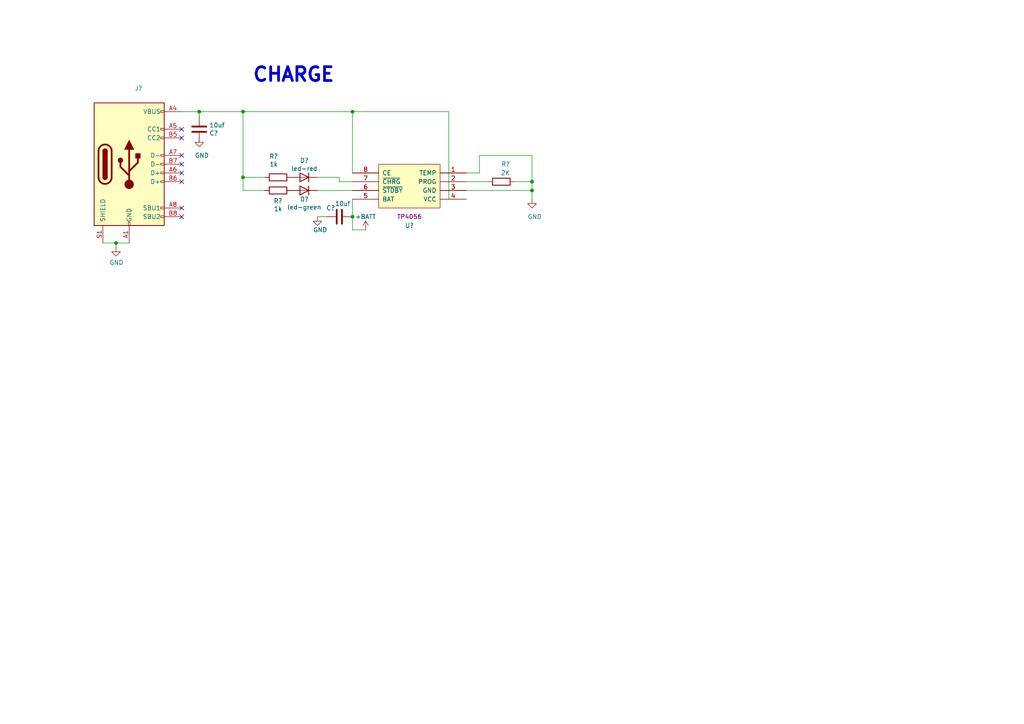
<source format=kicad_sch>
(kicad_sch (version 20211123) (generator eeschema)
  (paper "A4")
  (title_block (title "PowerBank") (date "2021-12-19") (rev "0.01") (company "Stone"))
  (lib_symbols
    (symbol "Connector:USB_C_Receptacle_USB2.0" (pin_names (offset 1.016))
      (property "Reference" "J" (at -10.16 19.05 0))
      (property "Value" "USB_C_Receptacle_USB2.0" (at 19.05 19.05 0))
      (symbol "USB_C_Receptacle_USB2.0_0_0"
        (rectangle (start -0.254 -17.78) (end 0.254 -16.764))
        (rectangle (start 10.16 -14.986) (end 9.144 -15.494))
        (rectangle (start 10.16 -12.446) (end 9.144 -12.954))
        (rectangle (start 10.16 -4.826) (end 9.144 -5.334))
        (rectangle (start 10.16 -2.286) (end 9.144 -2.794))
        (rectangle (start 10.16 0.254) (end 9.144 -0.254))
        (rectangle (start 10.16 2.794) (end 9.144 2.286))
        (rectangle (start 10.16 7.874) (end 9.144 7.366))
        (rectangle (start 10.16 10.414) (end 9.144 9.906))
        (rectangle (start 10.16 15.494) (end 9.144 14.986))
      )
      (symbol "USB_C_Receptacle_USB2.0_0_1"
        (rectangle (start -10.16 17.78) (end 10.16 -17.78) (stroke (width 0.254)) (fill (type background)))
        (arc (start -8.89 -3.81) (mid -6.985 -5.715) (end -5.08 -3.81) (stroke (width 0.508)))
        (arc (start -7.62 -3.81) (mid -6.985 -4.445) (end -6.35 -3.81) (stroke (width 0.254)))
        (arc (start -7.62 -3.81) (mid -6.985 -4.445) (end -6.35 -3.81) (stroke (width 0.254)) (fill (type outline)))
        (rectangle (start -7.62 -3.81) (end -6.35 3.81) (stroke (width 0.254)) (fill (type outline)))
        (arc (start -6.35 3.81) (mid -6.985 4.445) (end -7.62 3.81) (stroke (width 0.254)))
        (arc (start -6.35 3.81) (mid -6.985 4.445) (end -7.62 3.81) (stroke (width 0.254)) (fill (type outline)))
        (arc (start -5.08 3.81) (mid -6.985 5.715) (end -8.89 3.81) (stroke (width 0.508)))
        (circle (center -2.54 1.143) (radius 0.635) (stroke (width 0.254)) (fill (type outline)))
        (circle (center 0 -5.842) (radius 1.27) (fill (type outline)))
        (polyline (pts (xy -8.89 -3.81) (xy -8.89 3.81)) (stroke (width 0.508)))
        (polyline (pts (xy -5.08 3.81) (xy -5.08 -3.81)) (stroke (width 0.508)))
        (polyline (pts (xy 0 -5.842) (xy 0 4.318)) (stroke (width 0.508)))
        (polyline (pts (xy 0 -3.302) (xy -2.54 -0.762) (xy -2.54 0.508)) (stroke (width 0.508)))
        (polyline (pts (xy 0 -2.032) (xy 2.54 0.508) (xy 2.54 1.778)) (stroke (width 0.508)))
        (polyline (pts (xy -1.27 4.318) (xy 0 6.858) (xy 1.27 4.318) (xy -1.27 4.318)) (stroke (width 0.254)) (fill (type outline)))
        (rectangle (start 1.905 1.778) (end 3.175 3.048) (stroke (width 0.254)) (fill (type outline)))
      )
      (symbol "USB_C_Receptacle_USB2.0_1_1"
        (pin passive line (at 0 -22.86 90) (length 5.08) (name "GND") (number "A1"))
        (pin passive line (at 0 -22.86 90) (length 5.08) hide (name "GND") (number "A12"))
        (pin passive line (at 15.24 15.24 180) (length 5.08) (name "VBUS") (number "A4"))
        (pin bidirectional line (at 15.24 10.16 180) (length 5.08) (name "CC1") (number "A5"))
        (pin bidirectional line (at 15.24 -2.54 180) (length 5.08) (name "D+") (number "A6"))
        (pin bidirectional line (at 15.24 2.54 180) (length 5.08) (name "D-") (number "A7"))
        (pin bidirectional line (at 15.24 -12.7 180) (length 5.08) (name "SBU1") (number "A8"))
        (pin passive line (at 15.24 15.24 180) (length 5.08) hide (name "VBUS") (number "A9"))
        (pin passive line (at 0 -22.86 90) (length 5.08) hide (name "GND") (number "B1"))
        (pin passive line (at 0 -22.86 90) (length 5.08) hide (name "GND") (number "B12"))
        (pin passive line (at 15.24 15.24 180) (length 5.08) hide (name "VBUS") (number "B4"))
        (pin bidirectional line (at 15.24 7.62 180) (length 5.08) (name "CC2") (number "B5"))
        (pin bidirectional line (at 15.24 -5.08 180) (length 5.08) (name "D+") (number "B6"))
        (pin bidirectional line (at 15.24 0 180) (length 5.08) (name "D-") (number "B7"))
        (pin bidirectional line (at 15.24 -15.24 180) (length 5.08) (name "SBU2") (number "B8"))
        (pin passive line (at 15.24 15.24 180) (length 5.08) hide (name "VBUS") (number "B9"))
        (pin passive line (at -7.62 -22.86 90) (length 5.08) (name "SHIELD") (number "S1"))
      )
    )
    (symbol "Device:C" (pin_numbers hide) (pin_names (offset 0.254))
      (property "Reference" "C" (at 0.635 2.54 0))
      (property "Value" "C" (at 0.635 -2.54 0))
      (symbol "C_0_1"
        (polyline (pts (xy -2.032 -0.762) (xy 2.032 -0.762)) (stroke (width 0.508)))
        (polyline (pts (xy -2.032 0.762) (xy 2.032 0.762)) (stroke (width 0.508)))
      )
      (symbol "C_1_1"
        (pin passive line (at 0 3.81 270) (length 2.794) (name "~") (number "1"))
        (pin passive line (at 0 -3.81 90) (length 2.794) (name "~") (number "2"))
      )
    )
    (symbol "Device:D" (pin_numbers hide) (pin_names (offset 1.016) hide)
      (property "Reference" "D" (at 0 2.54 0))
      (property "Value" "D" (at 0 -2.54 0))
      (symbol "D_0_1"
        (polyline (pts (xy -1.27 1.27) (xy -1.27 -1.27)) (stroke (width 0.254)))
        (polyline (pts (xy 1.27 0) (xy -1.27 0)))
        (polyline (pts (xy 1.27 1.27) (xy 1.27 -1.27) (xy -1.27 0) (xy 1.27 1.27)) (stroke (width 0.254)))
      )
      (symbol "D_1_1"
        (pin passive line (at -3.81 0 0) (length 2.54) (name "K") (number "1"))
        (pin passive line (at 3.81 0 180) (length 2.54) (name "A") (number "2"))
      )
    )
    (symbol "Device:R" (pin_numbers hide) (pin_names (offset 0))
      (property "Reference" "R" (at 2.032 0 90))
      (property "Value" "R" (at 0 0 90))
      (symbol "R_0_1"
        (rectangle (start -1.016 -2.54) (end 1.016 2.54) (stroke (width 0.254)))
      )
      (symbol "R_1_1"
        (pin passive line (at 0 3.81 270) (length 1.27) (name "~") (number "1"))
        (pin passive line (at 0 -3.81 90) (length 1.27) (name "~") (number "2"))
      )
    )
    (symbol "lc_IC:TP4056_[C16581]" (pin_names (offset 1.016))
      (property "Reference" "U" (at -0.0254 1.27 0))
      (property "Comment" "TP4056" (at 3.7846 1.27 0))
      (symbol "TP4056_[C16581]_1_1"
        (rectangle (start 7.62 -12.7) (end 25.4 0) (fill (type background)))
        (pin passive line (at 0 -2.54 0) (length 7.62) (name "TEMP") (number "1"))
        (pin passive line (at 0 -5.08 0) (length 7.62) (name "PROG") (number "2"))
        (pin passive line (at 0 -7.62 0) (length 7.62) (name "GND") (number "3"))
        (pin passive line (at 0 -10.16 0) (length 7.62) (name "VCC") (number "4"))
        (pin passive line (at 33.02 -10.16 180) (length 7.62) (name "BAT") (number "5"))
        (pin passive line (at 33.02 -7.62 180) (length 7.62) (name "~{STDBY}") (number "6"))
        (pin passive line (at 33.02 -5.08 180) (length 7.62) (name "~{CHRG}") (number "7"))
        (pin passive line (at 33.02 -2.54 180) (length 7.62) (name "CE") (number "8"))
      )
    )
    (symbol "power:+BATT" (power) (pin_names (offset 0))
      (property "Value" "+BATT" (at 0 3.556 0))
      (symbol "+BATT_0_1"
        (polyline (pts (xy -0.762 1.27) (xy 0 2.54)))
        (polyline (pts (xy 0 0) (xy 0 2.54)))
        (polyline (pts (xy 0 2.54) (xy 0.762 1.27)))
      )
      (symbol "+BATT_1_1"
        (pin power_in line (at 0 0 90) (length 0) hide (name "+BATT") (number "1"))
      )
    )
    (symbol "power:GND" (power) (pin_names (offset 0))
      (property "Value" "GND" (at 0 -3.81 0))
      (symbol "GND_0_1"
        (polyline (pts (xy 0 0) (xy 0 -1.27) (xy 1.27 -1.27) (xy 0 -2.54) (xy -1.27 -1.27) (xy 0 -1.27)))
      )
      (symbol "GND_1_1"
        (pin power_in line (at 0 0 270) (length 0) hide (name "GND") (number "1"))
      )
    )
  )
  (junction (at 102.235 62.865))
  (junction (at 70.485 51.435))
  (junction (at 57.785 32.385))
  (junction (at 154.305 55.245))
  (junction (at 33.655 70.485))
  (junction (at 70.485 32.385))
  (junction (at 154.305 52.705))
  (junction (at 102.235 32.385))
  (no_connect (at 52.705 50.165))
  (no_connect (at 52.705 47.625))
  (no_connect (at 52.705 60.325))
  (no_connect (at 52.705 37.465))
  (no_connect (at 52.705 45.085))
  (no_connect (at 52.705 40.005))
  (no_connect (at 52.705 62.865))
  (no_connect (at 52.705 52.705))
  (wire (pts (xy 33.655 70.485) (xy 37.465 70.485)))
  (wire (pts (xy 33.655 70.485) (xy 33.655 71.755)))
  (wire (pts (xy 70.485 55.245) (xy 70.485 51.435)))
  (wire (pts (xy 130.175 57.785) (xy 135.255 57.785)))
  (wire (pts (xy 102.235 62.865) (xy 102.235 57.785)))
  (wire (pts (xy 139.065 45.085) (xy 154.305 45.085)))
  (wire (pts (xy 102.235 55.245) (xy 92.075 55.245)))
  (wire (pts (xy 102.235 66.675) (xy 102.235 62.865)))
  (wire (pts (xy 130.175 32.385) (xy 102.235 32.385)))
  (wire (pts (xy 92.075 51.435) (xy 98.425 51.435)))
  (wire (pts (xy 154.305 45.085) (xy 154.305 52.705)))
  (wire (pts (xy 29.845 70.485) (xy 33.655 70.485)))
  (wire (pts (xy 92.075 62.865) (xy 94.615 62.865)))
  (wire (pts (xy 98.425 51.435) (xy 98.425 52.705)))
  (wire (pts (xy 106.045 66.675) (xy 102.235 66.675)))
  (wire (pts (xy 135.255 55.245) (xy 154.305 55.245)))
  (wire (pts (xy 57.785 41.275) (xy 57.785 40.005)))
  (wire (pts (xy 102.235 32.385) (xy 102.235 50.165)))
  (wire (pts (xy 76.835 51.435) (xy 70.485 51.435)))
  (wire (pts (xy 154.305 52.705) (xy 154.305 55.245)))
  (wire (pts (xy 154.305 57.785) (xy 154.305 55.245)))
  (wire (pts (xy 57.785 32.385) (xy 57.785 33.655)))
  (wire (pts (xy 135.255 50.165) (xy 139.065 50.165)))
  (wire (pts (xy 149.225 52.705) (xy 154.305 52.705)))
  (wire (pts (xy 76.835 55.245) (xy 70.485 55.245)))
  (wire (pts (xy 130.175 57.785) (xy 130.175 32.385)))
  (wire (pts (xy 98.425 52.705) (xy 102.235 52.705)))
  (wire (pts (xy 52.705 32.385) (xy 57.785 32.385)))
  (wire (pts (xy 135.255 52.705) (xy 141.605 52.705)))
  (wire (pts (xy 57.785 32.385) (xy 70.485 32.385)))
  (wire (pts (xy 70.485 32.385) (xy 102.235 32.385)))
  (wire (pts (xy 70.485 32.385) (xy 70.485 51.435)))
  (wire (pts (xy 139.065 50.165) (xy 139.065 45.085)))
  (text "CHARGE\n" (at 73.025 24.13 0) (effects (font (size 4 4) (thickness 0.8) bold) (justify left bottom)))
  (symbol (lib_id "power:GND") (at 92.075 62.865 0) (mirror y) (unit 1)
    (property "Reference" "#PWR?" (effects hide))
    (property "Value" "GND" (at 90.805 66.675 0) (effects (justify right)))
  )
  (symbol (lib_id "lc_IC:TP4056_[C16581]") (at 135.255 47.625 0) (mirror y) (unit 1)
    (property "Reference" "U?" (at 118.745 65.405 0))
    (property "Value" "TP4056_[C16581]" (effects hide))
    (property "Footprint" "lc_lib:SOP-8_EP_150MIL" (effects hide))
    (property "Datasheet" "http://www.szlcsc.com/product/details_17264.html" (effects hide))
    (property "description" "电池电源管理" (effects hide))
    (property "ComponentLink1Description" "供应商链接" (effects hide))
    (property "Package" "SOP-8_EP_150mil" (effects hide))
    (property "Supplier" "LC" (effects hide))
    (property "SuppliersPartNumber" "C16581" (effects hide))
    (property "Comment" "TP4056" (at 118.745 62.865 0))
  )
  (symbol (lib_id "Device:D") (at 88.265 51.435 180) (unit 1)
    (property "Reference" "D?" (at 88.265 46.5836 0))
    (property "Value" "led-red" (at 88.265 48.895 0))
    (property "Footprint" "LED_SMD:LED_0402_1005Metric" (effects hide))
  )
  (symbol (lib_id "Device:D") (at 88.265 55.245 180) (unit 1)
    (property "Reference" "D?" (at 88.265 57.785 0))
    (property "Value" "led-green" (at 88.265 60.0964 0))
    (property "Footprint" "LED_SMD:LED_0402_1005Metric" (effects hide))
  )
  (symbol (lib_id "power:GND") (at 57.785 40.005 0) (mirror y) (unit 1)
    (property "Reference" "#PWR?" (effects hide))
    (property "Value" "GND" (at 56.515 45.085 0) (effects (justify right)))
  )
  (symbol (lib_id "Device:R") (at 145.415 52.705 90) (mirror x) (unit 1)
    (property "Reference" "R?" (at 147.955 47.625 90) (effects (justify left)))
    (property "Value" "2K" (at 147.955 50.165 90) (effects (justify left)))
    (property "Footprint" "Resistor_SMD:R_0402_1005Metric" (effects hide))
  )
  (symbol (lib_id "Device:R") (at 80.645 51.435 270) (unit 1)
    (property "Reference" "R?" (at 79.375 45.339 90))
    (property "Value" "1k" (at 79.375 47.6504 90))
    (property "Footprint" "Resistor_SMD:R_0402_1005Metric" (effects hide))
  )
  (symbol (lib_id "Device:R") (at 80.645 55.245 270) (unit 1)
    (property "Reference" "R?" (at 80.645 58.2676 90))
    (property "Value" "1k" (at 80.645 60.579 90))
    (property "Footprint" "Resistor_SMD:R_0402_1005Metric" (effects hide))
  )
  (symbol (lib_id "power:GND") (at 33.655 71.755 0) (unit 1)
    (property "Reference" "#PWR?" (effects hide))
    (property "Value" "GND" (at 33.782 76.1492 0))
  )
  (symbol (lib_id "power:GND") (at 154.305 57.785 0) (mirror y) (unit 1)
    (property "Reference" "#PWR?" (effects hide))
    (property "Value" "GND" (at 153.035 62.865 0) (effects (justify right)))
  )
  (symbol (lib_id "Device:C") (at 98.425 62.865 270) (mirror x) (unit 1)
    (property "Reference" "C?" (at 94.615 60.325 90) (effects (justify left)))
    (property "Value" "10uf" (at 97.155 59.055 90) (effects (justify left)))
    (property "Footprint" "Capacitor_SMD:C_0402_1005Metric" (effects hide))
  )
  (symbol (lib_id "Connector:USB_C_Receptacle_USB2.0") (at 37.465 47.625 0) (unit 1)
    (property "Reference" "J?" (at 40.1828 25.6032 0))
    (property "Value" "USB_C_Receptacle_USB2.0" (effects hide))
    (property "Footprint" "My-lib-footprints:USB_C_6pin" (effects hide))
    (property "Datasheet" "https://www.usb.org/sites/default/files/documents/usb_type-c.zip" (effects hide))
  )
  (symbol (lib_id "power:+BATT") (at 106.045 66.675 0) (unit 1)
    (property "Reference" "#PWR?" (effects hide))
    (property "Value" "+BATT" (at 106.045 62.865 0))
  )
  (symbol (lib_id "Device:C") (at 57.785 37.465 0) (mirror x) (unit 1)
    (property "Reference" "C?" (at 60.706 38.6334 0) (effects (justify left)))
    (property "Value" "10uf" (at 60.706 36.322 0) (effects (justify left)))
    (property "Footprint" "Capacitor_SMD:C_0402_1005Metric" (effects hide))
  )
)
</source>
